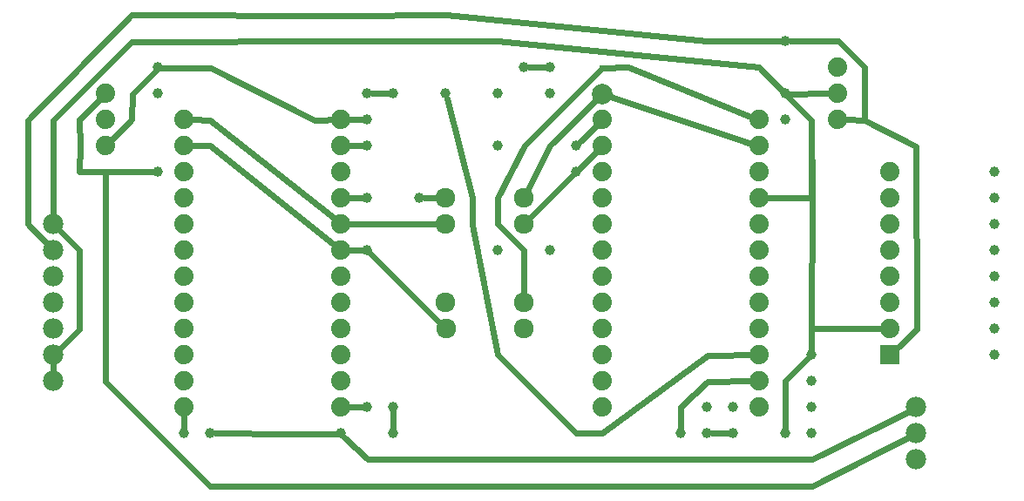
<source format=gbr>
G04*
G04 GERBER (RE)GENERATED BY FLATCAM v8.994 - www.flatcam.org - Version Date: 2020/11/7*
G04 Filename: PCB_PCB1_854475050_copperTop.gtl_edit_2.GBR_6*
G04 Created on : Tuesday, 23 March 2021 at 16:51*
G04*
G04 RS-274X GERBER GENERATED BY FLATCAM v8.994 - www.flatcam.org - Version Date: 2020/11/7*
G04 Filename: PCB_PCB1_854475050_copperTop.gtl_edit_2.GBR_6*
G04 Created on : Tuesday, 23 March 2021 at 10:51*
%FSLAX24Y24*%
%MOIN*%
%ADD10C,0.073999704000296*%
%ADD11C,0.077999688000312*%
%ADD12C,0.07566669733230266*%
%ADD13C,0.07569469722030278*%
%ADD14C,0.03936984252015748*%
%ADD17R,0.073999704000296X0.073999704000296*%
%ADD18C,0.023999904000096*%
%ADD19C,0.07874*%

G70*
G90*
G01*
%LPD*%
D10*
X22610Y15210D03*
X22610Y14210D03*
X22610Y13210D03*
X22610Y12210D03*
X22610Y11210D03*
X22610Y10210D03*
X22610Y09210D03*
X22610Y08210D03*
X22610Y07210D03*
X22610Y06210D03*
X22610Y05210D03*
X22610Y04210D03*
X28610Y04210D03*
X28610Y05210D03*
X28610Y06210D03*
X28610Y07210D03*
X28610Y08210D03*
X28610Y09210D03*
X28610Y10210D03*
X28610Y11210D03*
X28610Y12210D03*
X28610Y13210D03*
X28610Y14210D03*
X28610Y15210D03*
X22610Y15210D03*
X22610Y14210D03*
X22610Y13210D03*
X22610Y12210D03*
X22610Y11210D03*
X22610Y10210D03*
X22610Y09210D03*
X22610Y08210D03*
X22610Y07210D03*
X22610Y06210D03*
X22610Y05210D03*
X22610Y04210D03*
X28610Y04210D03*
X28610Y05210D03*
X28610Y06210D03*
X28610Y07210D03*
X28610Y08210D03*
X28610Y09210D03*
X28610Y10210D03*
X28610Y11210D03*
X28610Y12210D03*
X28610Y13210D03*
X28610Y14210D03*
X28610Y15210D03*
X03610Y14210D03*
X03610Y15210D03*
X03610Y16210D03*
X03610Y14210D03*
X03610Y15210D03*
X03610Y16210D03*
X31610Y15210D03*
X31610Y16210D03*
X31610Y17210D03*
X31610Y15210D03*
X31610Y16210D03*
X31610Y17210D03*
X06610Y15210D03*
X06610Y14210D03*
X06610Y13210D03*
X06610Y12210D03*
X06610Y11210D03*
X06610Y10210D03*
X06610Y09210D03*
X06610Y08210D03*
X06610Y07210D03*
X06610Y06210D03*
X06610Y05210D03*
X06610Y04210D03*
X12610Y04210D03*
X12610Y05210D03*
X12610Y06210D03*
X12610Y07210D03*
X12610Y08210D03*
X12610Y09210D03*
X12610Y10210D03*
X12610Y11210D03*
X12610Y12210D03*
X12610Y13210D03*
X12610Y14210D03*
X12610Y15210D03*
X06610Y15210D03*
X06610Y14210D03*
X06610Y13210D03*
X06610Y12210D03*
X06610Y11210D03*
X06610Y10210D03*
X06610Y09210D03*
X06610Y08210D03*
X06610Y07210D03*
X06610Y06210D03*
X06610Y05210D03*
X06610Y04210D03*
X12610Y04210D03*
X12610Y05210D03*
X12610Y06210D03*
X12610Y07210D03*
X12610Y08210D03*
X12610Y09210D03*
X12610Y10210D03*
X12610Y11210D03*
X12610Y12210D03*
X12610Y13210D03*
X12610Y14210D03*
X12610Y15210D03*
X33610Y07210D03*
X33610Y08210D03*
X33610Y09210D03*
X33610Y10210D03*
X33610Y11210D03*
X33610Y12210D03*
X33610Y13210D03*
X33610Y07210D03*
X33610Y08210D03*
X33610Y09210D03*
X33610Y10210D03*
X33610Y11210D03*
X33610Y12210D03*
X33610Y13210D03*
D11*
X01610Y05210D03*
X01610Y06210D03*
X01610Y07210D03*
X01610Y08210D03*
X01610Y09210D03*
X01610Y10210D03*
X01610Y11210D03*
X34610Y04210D03*
X34610Y03210D03*
X34610Y02210D03*
D12*
X19610Y07210D03*
X16620Y07210D03*
X16610Y12210D03*
X19600Y12210D03*
D13*
X19610Y08210D03*
X16610Y08210D03*
X16610Y11210D03*
X19610Y11210D03*
D14*
X15610Y12210D03*
X13610Y15210D03*
X05610Y13210D03*
X18610Y14220D03*
X13610Y14210D03*
X13610Y12210D03*
X07610Y03210D03*
X12610Y03210D03*
X06610Y03210D03*
X05610Y17210D03*
X13610Y04210D03*
X05610Y16210D03*
X21610Y13210D03*
X30610Y03210D03*
X29610Y03210D03*
X27610Y03210D03*
X30610Y06210D03*
X26610Y03210D03*
X25610Y03210D03*
X30610Y05210D03*
X30610Y04210D03*
X26610Y04210D03*
X27610Y04210D03*
X37610Y13210D03*
X37610Y07210D03*
X37610Y11210D03*
X37610Y10210D03*
X37610Y09210D03*
X37610Y06210D03*
X37610Y12210D03*
X37610Y08210D03*
X21610Y14210D03*
X20610Y10210D03*
X18610Y10210D03*
X13610Y10210D03*
X14610Y03210D03*
X14610Y04210D03*
X20610Y16210D03*
X14610Y16210D03*
X13610Y16210D03*
X19610Y17210D03*
X20610Y17210D03*
X16610Y16210D03*
X18610Y16210D03*
X29610Y16210D03*
X29610Y15210D03*
X29610Y18210D03*
D17*
X33610Y06210D03*
X33610Y06210D03*
D18*
X11600Y15200D02*
X07620Y17200D01*
X12600Y15210D02*
X11600Y15200D01*
X04610Y15210D02*
X03830Y14430D01*
X04610Y15210D03*
X07620Y17200D02*
X05620Y17200D01*
X05620Y17200D02*
X04620Y16200D01*
X04620Y16200D02*
X04610Y15210D01*
X30620Y01200D02*
X07600Y01200D01*
X34620Y03210D02*
X30620Y01200D01*
X07600Y01200D02*
X03600Y05200D01*
X02610Y15210D02*
X03400Y15990D01*
X02610Y13210D02*
X02620Y14210D01*
X03620Y13210D02*
X02610Y13210D01*
X03610Y13220D02*
X03620Y13210D01*
X03600Y05200D02*
X03610Y13220D01*
X02620Y14210D02*
X02610Y15210D01*
X01610Y05910D02*
X01610Y05510D01*
X02600Y10210D02*
X02600Y07190D01*
X02600Y07190D02*
X01830Y06420D01*
X01830Y10990D02*
X02600Y10210D01*
X06610Y03900D02*
X06610Y03400D01*
X13420Y04210D02*
X12610Y04210D01*
X30620Y02210D02*
X34620Y04200D01*
X12750Y03070D02*
X13620Y02220D01*
X12630Y03190D02*
X10610Y03200D01*
X10610Y03200D02*
X07800Y03210D01*
X04610Y15210D02*
X03830Y14430D01*
X05620Y17200D02*
X04620Y16200D01*
X04620Y16200D02*
X04610Y15210D01*
X02620Y14210D03*
X03610Y13220D02*
X05420Y13210D01*
X02610Y13210D02*
X03620Y13210D01*
X02620Y14210D02*
X02610Y13210D01*
X03620Y13210D02*
X03610Y13220D01*
X03400Y15990D02*
X02610Y15210D01*
X02610Y15210D02*
X02620Y14210D01*
X06920Y15210D02*
X07610Y15200D01*
X07610Y15200D02*
X12620Y11210D01*
X12620Y11210D02*
X16330Y11210D01*
X15800Y12210D02*
X16330Y12210D01*
X12920Y12210D02*
X13420Y12210D01*
X12920Y15210D02*
X13420Y15210D01*
X13420Y14210D02*
X12920Y14210D01*
X20610Y14210D02*
X19610Y12220D01*
X22610Y16200D02*
X20610Y14210D01*
X22610Y16190D02*
X22610Y16200D01*
X22620Y16200D02*
X22610Y16190D01*
X28610Y14190D02*
X22620Y16200D01*
X23610Y17210D02*
X22610Y17200D01*
X28610Y15190D02*
X23610Y17210D01*
X22610Y17200D03*
X19610Y10210D02*
X19610Y08490D01*
X18610Y11220D02*
X19610Y10210D01*
X18610Y12220D02*
X18610Y11220D01*
X19620Y14210D02*
X18610Y12220D01*
X22610Y17200D02*
X19620Y14210D01*
X13600Y10210D02*
X16420Y07400D01*
X12610Y10210D02*
X13420Y10210D01*
X07600Y14220D02*
X12610Y10210D01*
X06920Y14210D02*
X07600Y14220D01*
X21750Y14340D02*
X22390Y14990D01*
X21610Y13210D02*
X22390Y13990D01*
X19610Y11210D02*
X21610Y13210D01*
X21750Y13340D02*
X22390Y13990D01*
X28610Y17220D02*
X28630Y17200D01*
X18590Y18220D02*
X28610Y17220D01*
X12620Y18220D02*
X18590Y18220D01*
X30610Y15200D02*
X30620Y12210D01*
X29600Y16190D02*
X30610Y15200D01*
X04610Y18200D02*
X12620Y18220D01*
X30620Y12210D02*
X28920Y12210D01*
X28630Y17200D02*
X29600Y16190D01*
X01610Y15200D02*
X04610Y18200D01*
X01610Y11510D02*
X01610Y15200D01*
X13620Y02220D02*
X30620Y02210D01*
X30610Y06210D02*
X30610Y07210D01*
X29610Y05210D02*
X30610Y06210D01*
X30610Y07210D02*
X33300Y07210D01*
X29610Y03400D02*
X29610Y05210D01*
X30620Y12210D02*
X28920Y12210D01*
X30610Y06210D02*
X30610Y07210D01*
X30610Y07210D02*
X33620Y07210D01*
X33620Y07210D02*
X30610Y07210D01*
X29610Y05210D02*
X30610Y06210D01*
X29610Y03400D02*
X29610Y05210D01*
X30610Y07210D02*
X30620Y12210D01*
X14610Y03400D02*
X14610Y04020D01*
X34610Y14200D02*
X32620Y15200D01*
X31920Y15210D02*
X32620Y15200D01*
X31620Y18210D02*
X29800Y18210D01*
X32620Y15200D02*
X32620Y17210D01*
X32620Y15200D02*
X34610Y14200D01*
X32620Y17210D02*
X31620Y18210D01*
X16620Y19210D02*
X12620Y19200D01*
X26590Y18210D02*
X16620Y19210D01*
X00620Y11220D02*
X01400Y10420D01*
X00620Y15200D02*
X00620Y11220D01*
X12620Y19200D02*
X04610Y19220D01*
X29420Y18210D02*
X26590Y18210D01*
X04610Y19220D02*
X00620Y15200D01*
X29610Y16200D02*
X31310Y16210D01*
X30610Y12210D02*
X30620Y12210D01*
X30610Y15200D02*
X30610Y12210D01*
X30620Y12210D02*
X28920Y12210D01*
X25610Y04210D02*
X26620Y05200D01*
X25610Y03400D02*
X25610Y04210D01*
X30610Y07210D02*
X30620Y12210D01*
X30620Y12210D02*
X28920Y12210D01*
X30610Y06400D02*
X30610Y07210D01*
X27420Y03210D02*
X26800Y03210D01*
X22610Y03210D02*
X26620Y06200D01*
X18610Y06210D02*
X21610Y03210D01*
X21610Y03210D02*
X22610Y03210D01*
X16660Y16020D02*
X17620Y12210D01*
X17620Y12210D02*
X17620Y11190D01*
X17620Y11190D02*
X18610Y06210D01*
X19800Y17210D02*
X20420Y17210D01*
X14420Y16210D02*
X13800Y16210D01*
X32620Y15200D02*
X31920Y15210D01*
X34610Y14200D02*
X32620Y15200D01*
X34620Y07200D02*
X34610Y14200D01*
X33900Y06490D02*
X34620Y07200D01*
X26620Y06200D02*
X28600Y06210D01*
X26620Y05200D02*
X28300Y05210D01*
D19*
X22607Y16191D03*
M02*

</source>
